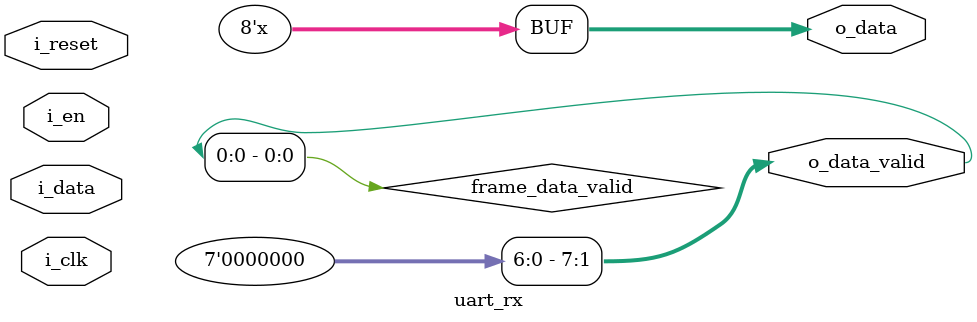
<source format=sv>
`timescale 1ns / 1ps

module uart_rx #(
    OVERSAMPLE = 13,
    N_DATA_BITS = 8,
    MAJORITY_START_IDX = 4,
    MAJORITY_END_IDX = 8
) (
    input   i_en,
            i_clk,
            i_data,
            i_reset,
    
    output  [N_DATA_BITS-1:0]   o_data,
                                o_data_valid
);

    // Finally ignore the stop bit, and connect the internal logic to the output ports
    assign o_data = frame_data[N_DATA_BITS-1:0];
    assign o_data_valid = frame_data_valid;
endmodule

</source>
